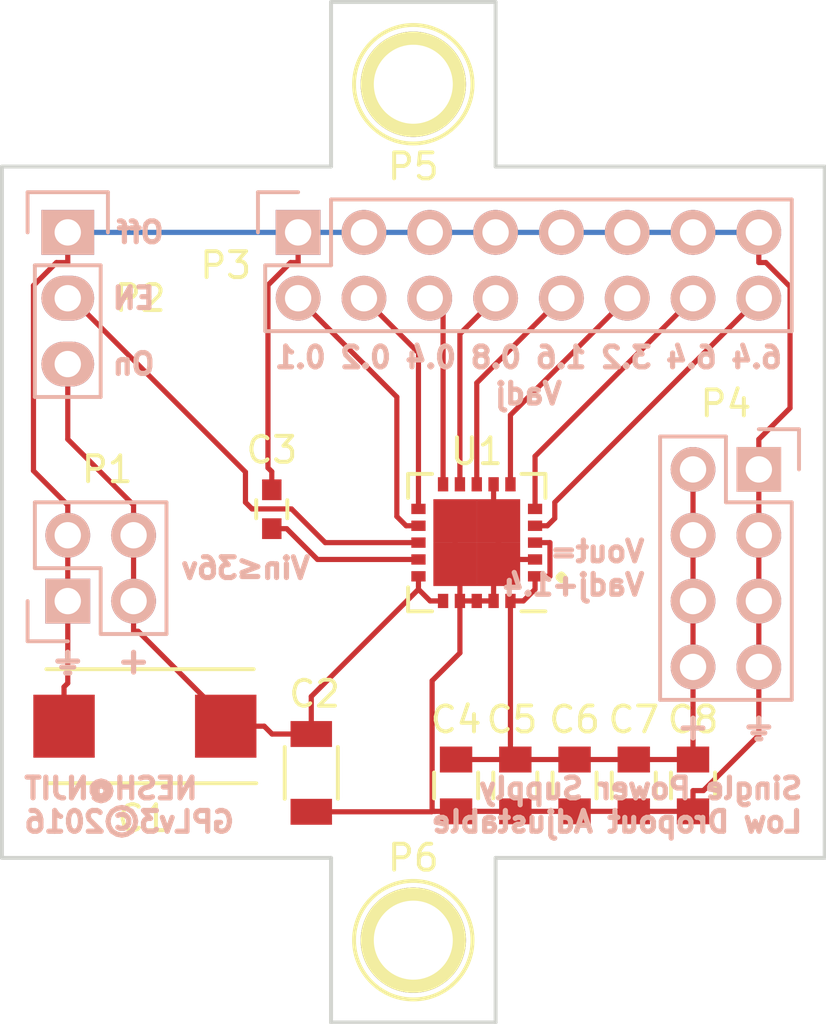
<source format=kicad_pcb>
(kicad_pcb (version 20171130) (host pcbnew "(5.1.12)-1")

  (general
    (thickness 1.6)
    (drawings 26)
    (tracks 126)
    (zones 0)
    (modules 15)
    (nets 16)
  )

  (page User 177.8 127)
  (title_block
    (title "Low Dropout Adjustable Single Power Supply")
    (date 2016-06-18)
    (company NESH@NJIT)
    (comment 1 GLPv3©2016)
  )

  (layers
    (0 F.Cu signal)
    (31 B.Cu signal)
    (32 B.Adhes user)
    (33 F.Adhes user)
    (34 B.Paste user)
    (35 F.Paste user)
    (36 B.SilkS user)
    (37 F.SilkS user)
    (38 B.Mask user)
    (39 F.Mask user)
    (40 Dwgs.User user)
    (41 Cmts.User user)
    (42 Eco1.User user)
    (43 Eco2.User user)
    (44 Edge.Cuts user)
    (45 Margin user)
    (46 B.CrtYd user)
    (47 F.CrtYd user)
    (48 B.Fab user)
    (49 F.Fab user)
  )

  (setup
    (last_trace_width 0.2)
    (trace_clearance 0.2)
    (zone_clearance 0.2)
    (zone_45_only yes)
    (trace_min 0.2)
    (via_size 0.69)
    (via_drill 0.33)
    (via_min_size 0.69)
    (via_min_drill 0.33)
    (uvia_size 0.508)
    (uvia_drill 0.127)
    (uvias_allowed no)
    (uvia_min_size 0.2)
    (uvia_min_drill 0.1)
    (edge_width 0.15)
    (segment_width 0.2)
    (pcb_text_width 0.3)
    (pcb_text_size 1.5 1.5)
    (mod_edge_width 0.15)
    (mod_text_size 1 1)
    (mod_text_width 0.15)
    (pad_size 1 1.25)
    (pad_drill 0)
    (pad_to_mask_clearance 0.2)
    (aux_axis_origin 0 0)
    (visible_elements 7FFFFF7F)
    (pcbplotparams
      (layerselection 0x010fc_80000001)
      (usegerberextensions true)
      (usegerberattributes true)
      (usegerberadvancedattributes true)
      (creategerberjobfile true)
      (excludeedgelayer true)
      (linewidth 0.100000)
      (plotframeref false)
      (viasonmask false)
      (mode 1)
      (useauxorigin false)
      (hpglpennumber 1)
      (hpglpenspeed 20)
      (hpglpendiameter 15.000000)
      (psnegative false)
      (psa4output false)
      (plotreference true)
      (plotvalue false)
      (plotinvisibletext false)
      (padsonsilk false)
      (subtractmaskfromsilk false)
      (outputformat 1)
      (mirror false)
      (drillshape 0)
      (scaleselection 1)
      (outputdirectory "gerber"))
  )

  (net 0 "")
  (net 1 GND)
  (net 2 "Net-(C3-Pad1)")
  (net 3 "Net-(P2-Pad2)")
  (net 4 "Net-(P5-Pad1)")
  (net 5 "Net-(P6-Pad1)")
  (net 6 "Net-(P3-Pad2)")
  (net 7 "Net-(P3-Pad4)")
  (net 8 "Net-(P3-Pad6)")
  (net 9 "Net-(P3-Pad8)")
  (net 10 "Net-(P3-Pad10)")
  (net 11 "Net-(P3-Pad12)")
  (net 12 "Net-(P3-Pad14)")
  (net 13 "Net-(P3-Pad16)")
  (net 14 /Vin)
  (net 15 /Vout)

  (net_class Default "This is the default net class."
    (clearance 0.2)
    (trace_width 0.2)
    (via_dia 0.69)
    (via_drill 0.33)
    (uvia_dia 0.508)
    (uvia_drill 0.127)
    (add_net /Vin)
    (add_net /Vout)
    (add_net GND)
    (add_net "Net-(C3-Pad1)")
    (add_net "Net-(P2-Pad2)")
    (add_net "Net-(P3-Pad10)")
    (add_net "Net-(P3-Pad12)")
    (add_net "Net-(P3-Pad14)")
    (add_net "Net-(P3-Pad16)")
    (add_net "Net-(P3-Pad2)")
    (add_net "Net-(P3-Pad4)")
    (add_net "Net-(P3-Pad6)")
    (add_net "Net-(P3-Pad8)")
    (add_net "Net-(P5-Pad1)")
    (add_net "Net-(P6-Pad1)")
  )

  (module Pin_Headers:Pin_Header_Straight_2x08 (layer B.Cu) (tedit 5765465F) (tstamp 57653272)
    (at 86.36 40.64 270)
    (descr "Through hole pin header")
    (tags "pin header")
    (path /576301F0)
    (fp_text reference P3 (at 1.27 2.794) (layer F.SilkS)
      (effects (font (size 1 1) (thickness 0.15)))
    )
    (fp_text value CONN_02X08 (at 0 3.1 270) (layer B.Fab) hide
      (effects (font (size 1 1) (thickness 0.15)) (justify mirror))
    )
    (fp_line (start -1.55 1.55) (end -1.55 0) (layer B.SilkS) (width 0.15))
    (fp_line (start 1.27 -1.27) (end -1.27 -1.27) (layer B.SilkS) (width 0.15))
    (fp_line (start 1.27 1.27) (end 1.27 -1.27) (layer B.SilkS) (width 0.15))
    (fp_line (start 0 1.55) (end -1.55 1.55) (layer B.SilkS) (width 0.15))
    (fp_line (start 3.81 1.27) (end 1.27 1.27) (layer B.SilkS) (width 0.15))
    (fp_line (start 3.81 -19.05) (end -1.27 -19.05) (layer B.SilkS) (width 0.15))
    (fp_line (start -1.27 -1.27) (end -1.27 -19.05) (layer B.SilkS) (width 0.15))
    (fp_line (start 3.81 -19.05) (end 3.81 1.27) (layer B.SilkS) (width 0.15))
    (fp_line (start -1.75 -19.55) (end 4.3 -19.55) (layer B.CrtYd) (width 0.05))
    (fp_line (start -1.75 1.75) (end 4.3 1.75) (layer B.CrtYd) (width 0.05))
    (fp_line (start 4.3 1.75) (end 4.3 -19.55) (layer B.CrtYd) (width 0.05))
    (fp_line (start -1.75 1.75) (end -1.75 -19.55) (layer B.CrtYd) (width 0.05))
    (pad 1 thru_hole rect (at 0 0 270) (size 1.7272 1.7272) (drill 1.016) (layers *.Cu *.Mask B.SilkS)
      (net 1 GND))
    (pad 2 thru_hole oval (at 2.54 0 270) (size 1.7272 1.7272) (drill 1.016) (layers *.Cu *.Mask B.SilkS)
      (net 6 "Net-(P3-Pad2)"))
    (pad 3 thru_hole oval (at 0 -2.54 270) (size 1.7272 1.7272) (drill 1.016) (layers *.Cu *.Mask B.SilkS)
      (net 1 GND))
    (pad 4 thru_hole oval (at 2.54 -2.54 270) (size 1.7272 1.7272) (drill 1.016) (layers *.Cu *.Mask B.SilkS)
      (net 7 "Net-(P3-Pad4)"))
    (pad 5 thru_hole oval (at 0 -5.08 270) (size 1.7272 1.7272) (drill 1.016) (layers *.Cu *.Mask B.SilkS)
      (net 1 GND))
    (pad 6 thru_hole oval (at 2.54 -5.08 270) (size 1.7272 1.7272) (drill 1.016) (layers *.Cu *.Mask B.SilkS)
      (net 8 "Net-(P3-Pad6)"))
    (pad 7 thru_hole oval (at 0 -7.62 270) (size 1.7272 1.7272) (drill 1.016) (layers *.Cu *.Mask B.SilkS)
      (net 1 GND))
    (pad 8 thru_hole oval (at 2.54 -7.62 270) (size 1.7272 1.7272) (drill 1.016) (layers *.Cu *.Mask B.SilkS)
      (net 9 "Net-(P3-Pad8)"))
    (pad 9 thru_hole oval (at 0 -10.16 270) (size 1.7272 1.7272) (drill 1.016) (layers *.Cu *.Mask B.SilkS)
      (net 1 GND))
    (pad 10 thru_hole oval (at 2.54 -10.16 270) (size 1.7272 1.7272) (drill 1.016) (layers *.Cu *.Mask B.SilkS)
      (net 10 "Net-(P3-Pad10)"))
    (pad 11 thru_hole oval (at 0 -12.7 270) (size 1.7272 1.7272) (drill 1.016) (layers *.Cu *.Mask B.SilkS)
      (net 1 GND))
    (pad 12 thru_hole oval (at 2.54 -12.7 270) (size 1.7272 1.7272) (drill 1.016) (layers *.Cu *.Mask B.SilkS)
      (net 11 "Net-(P3-Pad12)"))
    (pad 13 thru_hole oval (at 0 -15.24 270) (size 1.7272 1.7272) (drill 1.016) (layers *.Cu *.Mask B.SilkS)
      (net 1 GND))
    (pad 14 thru_hole oval (at 2.54 -15.24 270) (size 1.7272 1.7272) (drill 1.016) (layers *.Cu *.Mask B.SilkS)
      (net 12 "Net-(P3-Pad14)"))
    (pad 15 thru_hole oval (at 0 -17.78 270) (size 1.7272 1.7272) (drill 1.016) (layers *.Cu *.Mask B.SilkS)
      (net 1 GND))
    (pad 16 thru_hole oval (at 2.54 -17.78 270) (size 1.7272 1.7272) (drill 1.016) (layers *.Cu *.Mask B.SilkS)
      (net 13 "Net-(P3-Pad16)"))
    (model Pin_Headers.3dshapes/Pin_Header_Straight_2x08.wrl
      (offset (xyz 1.269999980926514 -8.889999866485596 0))
      (scale (xyz 1 1 1))
      (rotate (xyz 0 0 90))
    )
  )

  (module Housings_DFN_QFN:QFN-20-1EP_5x5mm_Pitch0.65mm (layer F.Cu) (tedit 57654665) (tstamp 576532A4)
    (at 93.254 52.608 180)
    (descr "20-Lead Plastic Quad Flat, No Lead Package (MQ) - 5x5x0.9 mm Body [QFN]; (see Microchip Packaging Specification 00000049BS.pdf)")
    (tags "QFN 0.65")
    (path /576300A7)
    (attr smd)
    (fp_text reference U1 (at 0 3.52 180) (layer F.SilkS)
      (effects (font (size 1 1) (thickness 0.15)))
    )
    (fp_text value TPS7A4700RGWR (at 0 3.525 180) (layer F.Fab) hide
      (effects (font (size 1 1) (thickness 0.15)))
    )
    (fp_line (start 2.65 -2.65) (end 1.725 -2.65) (layer F.SilkS) (width 0.15))
    (fp_line (start 2.65 2.65) (end 1.725 2.65) (layer F.SilkS) (width 0.15))
    (fp_line (start -2.65 2.65) (end -1.725 2.65) (layer F.SilkS) (width 0.15))
    (fp_line (start -2.65 -2.65) (end -1.725 -2.65) (layer F.SilkS) (width 0.15))
    (fp_line (start 2.65 2.65) (end 2.65 1.725) (layer F.SilkS) (width 0.15))
    (fp_line (start -2.65 2.65) (end -2.65 1.725) (layer F.SilkS) (width 0.15))
    (fp_line (start 2.65 -2.65) (end 2.65 -1.725) (layer F.SilkS) (width 0.15))
    (fp_line (start -2.8 2.8) (end 2.8 2.8) (layer F.CrtYd) (width 0.05))
    (fp_line (start -2.8 -2.8) (end 2.8 -2.8) (layer F.CrtYd) (width 0.05))
    (fp_line (start 2.8 -2.8) (end 2.8 2.8) (layer F.CrtYd) (width 0.05))
    (fp_line (start -2.8 -2.8) (end -2.8 2.8) (layer F.CrtYd) (width 0.05))
    (pad 1 smd rect (at -2.25 -1.3 180) (size 0.55 0.4) (layers F.Cu F.Paste F.Mask)
      (net 15 /Vout))
    (pad 2 smd rect (at -2.25 -0.65 180) (size 0.55 0.4) (layers F.Cu F.Paste F.Mask)
      (net 1 GND))
    (pad 3 smd rect (at -2.25 0 180) (size 0.55 0.4) (layers F.Cu F.Paste F.Mask)
      (net 15 /Vout))
    (pad 4 smd rect (at -2.25 0.65 180) (size 0.55 0.4) (layers F.Cu F.Paste F.Mask)
      (net 13 "Net-(P3-Pad16)"))
    (pad 5 smd rect (at -2.25 1.3 180) (size 0.55 0.4) (layers F.Cu F.Paste F.Mask)
      (net 12 "Net-(P3-Pad14)"))
    (pad 6 smd rect (at -1.3 2.25 270) (size 0.55 0.4) (layers F.Cu F.Paste F.Mask)
      (net 11 "Net-(P3-Pad12)"))
    (pad 7 smd rect (at -0.65 2.25 270) (size 0.55 0.4) (layers F.Cu F.Paste F.Mask)
      (net 1 GND))
    (pad 8 smd rect (at 0 2.25 270) (size 0.55 0.4) (layers F.Cu F.Paste F.Mask)
      (net 10 "Net-(P3-Pad10)"))
    (pad 9 smd rect (at 0.65 2.25 270) (size 0.55 0.4) (layers F.Cu F.Paste F.Mask)
      (net 9 "Net-(P3-Pad8)"))
    (pad 10 smd rect (at 1.3 2.25 270) (size 0.55 0.4) (layers F.Cu F.Paste F.Mask)
      (net 8 "Net-(P3-Pad6)"))
    (pad 11 smd rect (at 2.25 1.3 180) (size 0.55 0.4) (layers F.Cu F.Paste F.Mask)
      (net 7 "Net-(P3-Pad4)"))
    (pad 12 smd rect (at 2.25 0.65 180) (size 0.55 0.4) (layers F.Cu F.Paste F.Mask)
      (net 6 "Net-(P3-Pad2)"))
    (pad 13 smd rect (at 2.25 0 180) (size 0.55 0.4) (layers F.Cu F.Paste F.Mask)
      (net 3 "Net-(P2-Pad2)"))
    (pad 14 smd rect (at 2.25 -0.65 180) (size 0.55 0.4) (layers F.Cu F.Paste F.Mask)
      (net 2 "Net-(C3-Pad1)"))
    (pad 15 smd rect (at 2.25 -1.3 180) (size 0.55 0.4) (layers F.Cu F.Paste F.Mask)
      (net 14 /Vin))
    (pad 16 smd rect (at 1.3 -2.25 270) (size 0.55 0.4) (layers F.Cu F.Paste F.Mask)
      (net 14 /Vin))
    (pad 17 smd rect (at 0.65 -2.25 270) (size 0.55 0.4) (layers F.Cu F.Paste F.Mask)
      (net 1 GND))
    (pad 18 smd rect (at 0 -2.25 270) (size 0.55 0.4) (layers F.Cu F.Paste F.Mask)
      (net 1 GND))
    (pad 19 smd rect (at -0.65 -2.25 270) (size 0.55 0.4) (layers F.Cu F.Paste F.Mask)
      (net 1 GND))
    (pad 20 smd rect (at -1.3 -2.25 270) (size 0.55 0.4) (layers F.Cu F.Paste F.Mask)
      (net 15 /Vout))
    (pad 21 smd rect (at 0.8375 0.8375 180) (size 1.675 1.675) (layers F.Cu F.Paste F.Mask)
      (net 1 GND) (solder_paste_margin_ratio -0.2))
    (pad 21 smd rect (at 0.8375 -0.8375 180) (size 1.675 1.675) (layers F.Cu F.Paste F.Mask)
      (net 1 GND) (solder_paste_margin_ratio -0.2))
    (pad 21 smd rect (at -0.8375 0.8375 180) (size 1.675 1.675) (layers F.Cu F.Paste F.Mask)
      (net 1 GND) (solder_paste_margin_ratio -0.2))
    (pad 21 smd rect (at -0.8375 -0.8375 180) (size 1.675 1.675) (layers F.Cu F.Paste F.Mask)
      (net 1 GND) (solder_paste_margin_ratio -0.2))
    (model Housings_DFN_QFN.3dshapes/QFN-20-1EP_5x5mm_Pitch0.65mm.wrl
      (at (xyz 0 0 0))
      (scale (xyz 1 1 1))
      (rotate (xyz 0 0 0))
    )
  )

  (module Pin_Headers:Pin_Header_Straight_2x02 (layer B.Cu) (tedit 5765464B) (tstamp 57653257)
    (at 77.47 54.864)
    (descr "Through hole pin header")
    (tags "pin header")
    (path /5763962A)
    (fp_text reference P1 (at 1.524 -5.08) (layer F.SilkS)
      (effects (font (size 1 1) (thickness 0.15)))
    )
    (fp_text value CONN_02X02 (at 0 3.1) (layer B.Fab) hide
      (effects (font (size 1 1) (thickness 0.15)) (justify mirror))
    )
    (fp_line (start -1.27 -3.81) (end -1.27 -1.27) (layer B.SilkS) (width 0.15))
    (fp_line (start 3.81 -3.81) (end -1.27 -3.81) (layer B.SilkS) (width 0.15))
    (fp_line (start 3.81 1.27) (end 3.81 -3.81) (layer B.SilkS) (width 0.15))
    (fp_line (start 1.27 1.27) (end 3.81 1.27) (layer B.SilkS) (width 0.15))
    (fp_line (start 1.27 -1.27) (end 1.27 1.27) (layer B.SilkS) (width 0.15))
    (fp_line (start -1.27 -1.27) (end 1.27 -1.27) (layer B.SilkS) (width 0.15))
    (fp_line (start 0 1.55) (end -1.55 1.55) (layer B.SilkS) (width 0.15))
    (fp_line (start -1.55 0) (end -1.55 1.55) (layer B.SilkS) (width 0.15))
    (fp_line (start -1.75 -4.3) (end 4.3 -4.3) (layer B.CrtYd) (width 0.05))
    (fp_line (start -1.75 1.75) (end 4.3 1.75) (layer B.CrtYd) (width 0.05))
    (fp_line (start 4.3 1.75) (end 4.3 -4.3) (layer B.CrtYd) (width 0.05))
    (fp_line (start -1.75 1.75) (end -1.75 -4.3) (layer B.CrtYd) (width 0.05))
    (pad 1 thru_hole rect (at 0 0) (size 1.7272 1.7272) (drill 1.016) (layers *.Cu *.Mask B.SilkS)
      (net 1 GND))
    (pad 2 thru_hole oval (at 2.54 0) (size 1.7272 1.7272) (drill 1.016) (layers *.Cu *.Mask B.SilkS)
      (net 14 /Vin))
    (pad 3 thru_hole oval (at 0 -2.54) (size 1.7272 1.7272) (drill 1.016) (layers *.Cu *.Mask B.SilkS)
      (net 1 GND))
    (pad 4 thru_hole oval (at 2.54 -2.54) (size 1.7272 1.7272) (drill 1.016) (layers *.Cu *.Mask B.SilkS)
      (net 14 /Vin))
    (model Pin_Headers.3dshapes/Pin_Header_Straight_2x02.wrl
      (offset (xyz 1.269999980926514 -1.269999980926514 0))
      (scale (xyz 1 1 1))
      (rotate (xyz 0 0 90))
    )
  )

  (module Capacitors_SMD:C_0603 (layer F.Cu) (tedit 57654663) (tstamp 57653231)
    (at 85.344 51.32 90)
    (descr "Capacitor SMD 0603, reflow soldering, AVX (see smccp.pdf)")
    (tags "capacitor 0603")
    (path /576307E2)
    (attr smd)
    (fp_text reference C3 (at 2.286 0 180) (layer F.SilkS)
      (effects (font (size 1 1) (thickness 0.15)))
    )
    (fp_text value UMK107BJ105KA-T (at 0 1.9 90) (layer F.Fab) hide
      (effects (font (size 1 1) (thickness 0.15)))
    )
    (fp_line (start 0.35 0.6) (end -0.35 0.6) (layer F.SilkS) (width 0.15))
    (fp_line (start -0.35 -0.6) (end 0.35 -0.6) (layer F.SilkS) (width 0.15))
    (fp_line (start 1.45 -0.75) (end 1.45 0.75) (layer F.CrtYd) (width 0.05))
    (fp_line (start -1.45 -0.75) (end -1.45 0.75) (layer F.CrtYd) (width 0.05))
    (fp_line (start -1.45 0.75) (end 1.45 0.75) (layer F.CrtYd) (width 0.05))
    (fp_line (start -1.45 -0.75) (end 1.45 -0.75) (layer F.CrtYd) (width 0.05))
    (pad 1 smd rect (at -0.75 0 90) (size 0.8 0.75) (layers F.Cu F.Paste F.Mask)
      (net 2 "Net-(C3-Pad1)"))
    (pad 2 smd rect (at 0.75 0 90) (size 0.8 0.75) (layers F.Cu F.Paste F.Mask)
      (net 1 GND))
    (model Capacitors_SMD.3dshapes/C_0603.wrl
      (at (xyz 0 0 0))
      (scale (xyz 1 1 1))
      (rotate (xyz 0 0 0))
    )
  )

  (module Capacitors_Tantalum_SMD:TantalC_SizeD_EIA-7343_Reflow (layer F.Cu) (tedit 5765466E) (tstamp 57653225)
    (at 80.446 59.69 180)
    (descr "Tantal Cap. , Size D, EIA-7343, Reflow")
    (tags "Tantal Capacitor Size-D EIA-7343 Reflow")
    (path /57630F37)
    (attr smd)
    (fp_text reference C1 (at 0.072 -3.556) (layer F.SilkS)
      (effects (font (size 1 1) (thickness 0.15)))
    )
    (fp_text value T495X476K035ATE300 (at -1.27 -3.81 180) (layer F.Fab) hide
      (effects (font (size 1 1) (thickness 0.15)))
    )
    (fp_line (start 3.8 -2.2) (end -4.3 -2.2) (layer F.SilkS) (width 0.15))
    (fp_line (start -4.2 2.2) (end 3.8 2.2) (layer F.SilkS) (width 0.15))
    (fp_line (start 4.6 2.6) (end 4.6 -2.6) (layer F.CrtYd) (width 0.05))
    (fp_line (start -4.6 2.6) (end 4.6 2.6) (layer F.CrtYd) (width 0.05))
    (fp_line (start -4.6 -2.6) (end -4.6 2.6) (layer F.CrtYd) (width 0.05))
    (fp_line (start 4.6 -2.6) (end -4.6 -2.6) (layer F.CrtYd) (width 0.05))
    (pad 2 smd rect (at 3.12 0 180) (size 2.37 2.43) (layers F.Cu F.Paste F.Mask)
      (net 1 GND))
    (pad 1 smd rect (at -3.12 0 180) (size 2.37 2.43) (layers F.Cu F.Paste F.Mask)
      (net 14 /Vin))
    (model Capacitors_Tantalum_SMD.3dshapes/TantalC_SizeD_EIA-7343_Reflow.wrl
      (at (xyz 0 0 0))
      (scale (xyz 1 1 1))
      (rotate (xyz 0 0 180))
    )
  )

  (module Capacitors_SMD:C_1206 (layer F.Cu) (tedit 576542A6) (tstamp 5765322B)
    (at 86.868 61.492 270)
    (descr "Capacitor SMD 1206, reflow soldering, AVX (see smccp.pdf)")
    (tags "capacitor 1206")
    (path /57630D50)
    (attr smd)
    (fp_text reference C2 (at -3.048 -0.127) (layer F.SilkS)
      (effects (font (size 1 1) (thickness 0.15)))
    )
    (fp_text value UMK316BBJ106KL-T (at -5.08 0 270) (layer F.Fab) hide
      (effects (font (size 1 1) (thickness 0.15)))
    )
    (fp_line (start -1 1.025) (end 1 1.025) (layer F.SilkS) (width 0.15))
    (fp_line (start 1 -1.025) (end -1 -1.025) (layer F.SilkS) (width 0.15))
    (fp_line (start 2.3 -1.15) (end 2.3 1.15) (layer F.CrtYd) (width 0.05))
    (fp_line (start -2.3 -1.15) (end -2.3 1.15) (layer F.CrtYd) (width 0.05))
    (fp_line (start -2.3 1.15) (end 2.3 1.15) (layer F.CrtYd) (width 0.05))
    (fp_line (start -2.3 -1.15) (end 2.3 -1.15) (layer F.CrtYd) (width 0.05))
    (pad 1 smd rect (at -1.5 0 270) (size 1 1.6) (layers F.Cu F.Paste F.Mask)
      (net 14 /Vin))
    (pad 2 smd rect (at 1.5 0 270) (size 1 1.6) (layers F.Cu F.Paste F.Mask)
      (net 1 GND))
    (model Capacitors_SMD.3dshapes/C_1206.wrl
      (at (xyz 0 0 0))
      (scale (xyz 1 1 1))
      (rotate (xyz 0 0 0))
    )
  )

  (module Pin_Headers:Pin_Header_Straight_2x04 (layer B.Cu) (tedit 7FFFFFFF) (tstamp 5765327E)
    (at 104.14 49.784 180)
    (descr "Through hole pin header")
    (tags "pin header")
    (path /5763A441)
    (fp_text reference P4 (at 1.27 2.54 180) (layer F.SilkS)
      (effects (font (size 1 1) (thickness 0.15)))
    )
    (fp_text value CONN_02X04 (at 0 3.1 180) (layer B.Fab) hide
      (effects (font (size 1 1) (thickness 0.15)) (justify mirror))
    )
    (fp_line (start -1.55 1.55) (end -1.55 0) (layer B.SilkS) (width 0.15))
    (fp_line (start 1.27 -1.27) (end -1.27 -1.27) (layer B.SilkS) (width 0.15))
    (fp_line (start 1.27 1.27) (end 1.27 -1.27) (layer B.SilkS) (width 0.15))
    (fp_line (start 0 1.55) (end -1.55 1.55) (layer B.SilkS) (width 0.15))
    (fp_line (start 3.81 1.27) (end 1.27 1.27) (layer B.SilkS) (width 0.15))
    (fp_line (start 3.81 -8.89) (end 3.81 1.27) (layer B.SilkS) (width 0.15))
    (fp_line (start -1.27 -8.89) (end 3.81 -8.89) (layer B.SilkS) (width 0.15))
    (fp_line (start -1.27 -1.27) (end -1.27 -8.89) (layer B.SilkS) (width 0.15))
    (fp_line (start -1.75 -9.4) (end 4.3 -9.4) (layer B.CrtYd) (width 0.05))
    (fp_line (start -1.75 1.75) (end 4.3 1.75) (layer B.CrtYd) (width 0.05))
    (fp_line (start 4.3 1.75) (end 4.3 -9.4) (layer B.CrtYd) (width 0.05))
    (fp_line (start -1.75 1.75) (end -1.75 -9.4) (layer B.CrtYd) (width 0.05))
    (pad 1 thru_hole rect (at 0 0 180) (size 1.7272 1.7272) (drill 1.016) (layers *.Cu *.Mask B.SilkS)
      (net 1 GND))
    (pad 2 thru_hole oval (at 2.54 0 180) (size 1.7272 1.7272) (drill 1.016) (layers *.Cu *.Mask B.SilkS)
      (net 15 /Vout))
    (pad 3 thru_hole oval (at 0 -2.54 180) (size 1.7272 1.7272) (drill 1.016) (layers *.Cu *.Mask B.SilkS)
      (net 1 GND))
    (pad 4 thru_hole oval (at 2.54 -2.54 180) (size 1.7272 1.7272) (drill 1.016) (layers *.Cu *.Mask B.SilkS)
      (net 15 /Vout))
    (pad 5 thru_hole oval (at 0 -5.08 180) (size 1.7272 1.7272) (drill 1.016) (layers *.Cu *.Mask B.SilkS)
      (net 1 GND))
    (pad 6 thru_hole oval (at 2.54 -5.08 180) (size 1.7272 1.7272) (drill 1.016) (layers *.Cu *.Mask B.SilkS)
      (net 15 /Vout))
    (pad 7 thru_hole oval (at 0 -7.62 180) (size 1.7272 1.7272) (drill 1.016) (layers *.Cu *.Mask B.SilkS)
      (net 1 GND))
    (pad 8 thru_hole oval (at 2.54 -7.62 180) (size 1.7272 1.7272) (drill 1.016) (layers *.Cu *.Mask B.SilkS)
      (net 15 /Vout))
    (model Pin_Headers.3dshapes/Pin_Header_Straight_2x04.wrl
      (offset (xyz 1.269999980926514 -3.809999942779541 0))
      (scale (xyz 1 1 1))
      (rotate (xyz 0 0 90))
    )
  )

  (module Capacitors_SMD:C_0805 (layer F.Cu) (tedit 57654209) (tstamp 57653237)
    (at 92.456 61.976 270)
    (descr "Capacitor SMD 0805, reflow soldering, AVX (see smccp.pdf)")
    (tags "capacitor 0805")
    (path /57630B9D)
    (attr smd)
    (fp_text reference C4 (at -2.54 0) (layer F.SilkS)
      (effects (font (size 1 1) (thickness 0.15)))
    )
    (fp_text value GRM21BR6YA106KE43L (at -3.81 0 270) (layer F.Fab) hide
      (effects (font (size 1 1) (thickness 0.15)))
    )
    (fp_line (start -0.5 0.85) (end 0.5 0.85) (layer F.SilkS) (width 0.15))
    (fp_line (start 0.5 -0.85) (end -0.5 -0.85) (layer F.SilkS) (width 0.15))
    (fp_line (start 1.8 -1) (end 1.8 1) (layer F.CrtYd) (width 0.05))
    (fp_line (start -1.8 -1) (end -1.8 1) (layer F.CrtYd) (width 0.05))
    (fp_line (start -1.8 1) (end 1.8 1) (layer F.CrtYd) (width 0.05))
    (fp_line (start -1.8 -1) (end 1.8 -1) (layer F.CrtYd) (width 0.05))
    (pad 1 smd rect (at -1 0 270) (size 1 1.25) (layers F.Cu F.Paste F.Mask)
      (net 15 /Vout))
    (pad 2 smd rect (at 1 0 270) (size 1 1.25) (layers F.Cu F.Paste F.Mask)
      (net 1 GND))
    (model Capacitors_SMD.3dshapes/C_0805.wrl
      (at (xyz 0 0 0))
      (scale (xyz 1 1 1))
      (rotate (xyz 0 0 0))
    )
  )

  (module Capacitors_SMD:C_0805 (layer F.Cu) (tedit 5765420C) (tstamp 5765323D)
    (at 94.742 61.976 270)
    (descr "Capacitor SMD 0805, reflow soldering, AVX (see smccp.pdf)")
    (tags "capacitor 0805")
    (path /5764BABD)
    (attr smd)
    (fp_text reference C5 (at -2.54 0.127) (layer F.SilkS)
      (effects (font (size 1 1) (thickness 0.15)))
    )
    (fp_text value GRM21BR6YA106KE43L (at -3.81 0 270) (layer F.Fab) hide
      (effects (font (size 1 1) (thickness 0.15)))
    )
    (fp_line (start -0.5 0.85) (end 0.5 0.85) (layer F.SilkS) (width 0.15))
    (fp_line (start 0.5 -0.85) (end -0.5 -0.85) (layer F.SilkS) (width 0.15))
    (fp_line (start 1.8 -1) (end 1.8 1) (layer F.CrtYd) (width 0.05))
    (fp_line (start -1.8 -1) (end -1.8 1) (layer F.CrtYd) (width 0.05))
    (fp_line (start -1.8 1) (end 1.8 1) (layer F.CrtYd) (width 0.05))
    (fp_line (start -1.8 -1) (end 1.8 -1) (layer F.CrtYd) (width 0.05))
    (pad 1 smd rect (at -1 0 270) (size 1 1.25) (layers F.Cu F.Paste F.Mask)
      (net 15 /Vout))
    (pad 2 smd rect (at 1 0 270) (size 1 1.25) (layers F.Cu F.Paste F.Mask)
      (net 1 GND))
    (model Capacitors_SMD.3dshapes/C_0805.wrl
      (at (xyz 0 0 0))
      (scale (xyz 1 1 1))
      (rotate (xyz 0 0 0))
    )
  )

  (module Capacitors_SMD:C_0805 (layer F.Cu) (tedit 5765420F) (tstamp 57653243)
    (at 97.028 61.976 270)
    (descr "Capacitor SMD 0805, reflow soldering, AVX (see smccp.pdf)")
    (tags "capacitor 0805")
    (path /5764BB0C)
    (attr smd)
    (fp_text reference C6 (at -2.54 0) (layer F.SilkS)
      (effects (font (size 1 1) (thickness 0.15)))
    )
    (fp_text value GRM21BR6YA106KE43L (at -3.81 0 270) (layer F.Fab) hide
      (effects (font (size 1 1) (thickness 0.15)))
    )
    (fp_line (start -0.5 0.85) (end 0.5 0.85) (layer F.SilkS) (width 0.15))
    (fp_line (start 0.5 -0.85) (end -0.5 -0.85) (layer F.SilkS) (width 0.15))
    (fp_line (start 1.8 -1) (end 1.8 1) (layer F.CrtYd) (width 0.05))
    (fp_line (start -1.8 -1) (end -1.8 1) (layer F.CrtYd) (width 0.05))
    (fp_line (start -1.8 1) (end 1.8 1) (layer F.CrtYd) (width 0.05))
    (fp_line (start -1.8 -1) (end 1.8 -1) (layer F.CrtYd) (width 0.05))
    (pad 1 smd rect (at -1 0 270) (size 1 1.25) (layers F.Cu F.Paste F.Mask)
      (net 15 /Vout))
    (pad 2 smd rect (at 1 0 270) (size 1 1.25) (layers F.Cu F.Paste F.Mask)
      (net 1 GND))
    (model Capacitors_SMD.3dshapes/C_0805.wrl
      (at (xyz 0 0 0))
      (scale (xyz 1 1 1))
      (rotate (xyz 0 0 0))
    )
  )

  (module Capacitors_SMD:C_0805 (layer F.Cu) (tedit 57654213) (tstamp 57653249)
    (at 99.314 61.976 270)
    (descr "Capacitor SMD 0805, reflow soldering, AVX (see smccp.pdf)")
    (tags "capacitor 0805")
    (path /5764BB6A)
    (attr smd)
    (fp_text reference C7 (at -2.54 0) (layer F.SilkS)
      (effects (font (size 1 1) (thickness 0.15)))
    )
    (fp_text value GRM21BR6YA106KE43L (at -3.81 0 270) (layer F.Fab) hide
      (effects (font (size 1 1) (thickness 0.15)))
    )
    (fp_line (start -0.5 0.85) (end 0.5 0.85) (layer F.SilkS) (width 0.15))
    (fp_line (start 0.5 -0.85) (end -0.5 -0.85) (layer F.SilkS) (width 0.15))
    (fp_line (start 1.8 -1) (end 1.8 1) (layer F.CrtYd) (width 0.05))
    (fp_line (start -1.8 -1) (end -1.8 1) (layer F.CrtYd) (width 0.05))
    (fp_line (start -1.8 1) (end 1.8 1) (layer F.CrtYd) (width 0.05))
    (fp_line (start -1.8 -1) (end 1.8 -1) (layer F.CrtYd) (width 0.05))
    (pad 1 smd rect (at -1 0 270) (size 1 1.25) (layers F.Cu F.Paste F.Mask)
      (net 15 /Vout))
    (pad 2 smd rect (at 1 0 270) (size 1 1.25) (layers F.Cu F.Paste F.Mask)
      (net 1 GND))
    (model Capacitors_SMD.3dshapes/C_0805.wrl
      (at (xyz 0 0 0))
      (scale (xyz 1 1 1))
      (rotate (xyz 0 0 0))
    )
  )

  (module Capacitors_SMD:C_0805 (layer F.Cu) (tedit 57658F75) (tstamp 5765324F)
    (at 101.6 61.976 270)
    (descr "Capacitor SMD 0805, reflow soldering, AVX (see smccp.pdf)")
    (tags "capacitor 0805")
    (path /5764BBA1)
    (attr smd)
    (fp_text reference C8 (at -2.54 0) (layer F.SilkS)
      (effects (font (size 1 1) (thickness 0.15)))
    )
    (fp_text value GRM21BR6YA106KE43L (at -3.81 0 270) (layer F.Fab) hide
      (effects (font (size 1 1) (thickness 0.15)))
    )
    (fp_line (start -0.5 0.85) (end 0.5 0.85) (layer F.SilkS) (width 0.15))
    (fp_line (start 0.5 -0.85) (end -0.5 -0.85) (layer F.SilkS) (width 0.15))
    (fp_line (start 1.8 -1) (end 1.8 1) (layer F.CrtYd) (width 0.05))
    (fp_line (start -1.8 -1) (end -1.8 1) (layer F.CrtYd) (width 0.05))
    (fp_line (start -1.8 1) (end 1.8 1) (layer F.CrtYd) (width 0.05))
    (fp_line (start -1.8 -1) (end 1.8 -1) (layer F.CrtYd) (width 0.05))
    (pad 1 smd rect (at -1 0 270) (size 1 1.25) (layers F.Cu F.Paste F.Mask)
      (net 15 /Vout))
    (pad 2 smd rect (at 1 0 270) (size 1 1.25) (layers F.Cu F.Paste F.Mask)
      (net 1 GND))
    (model Capacitors_SMD.3dshapes/C_0805.wrl
      (at (xyz 0 0 0))
      (scale (xyz 1 1 1))
      (rotate (xyz 0 0 0))
    )
  )

  (module Pin_Headers:Pin_Header_Straight_1x03 (layer B.Cu) (tedit 5765404F) (tstamp 5765325E)
    (at 77.47 40.64 180)
    (descr "Through hole pin header")
    (tags "pin header")
    (path /576303FB)
    (fp_text reference P2 (at -2.794 -2.54 180) (layer F.SilkS)
      (effects (font (size 1 1) (thickness 0.15)))
    )
    (fp_text value CONN_01X03 (at 0 3.1 180) (layer B.Fab) hide
      (effects (font (size 1 1) (thickness 0.15)) (justify mirror))
    )
    (fp_line (start -1.55 1.55) (end 1.55 1.55) (layer B.SilkS) (width 0.15))
    (fp_line (start -1.55 0) (end -1.55 1.55) (layer B.SilkS) (width 0.15))
    (fp_line (start 1.27 -1.27) (end -1.27 -1.27) (layer B.SilkS) (width 0.15))
    (fp_line (start 1.55 1.55) (end 1.55 0) (layer B.SilkS) (width 0.15))
    (fp_line (start 1.27 -6.35) (end 1.27 -1.27) (layer B.SilkS) (width 0.15))
    (fp_line (start -1.27 -6.35) (end 1.27 -6.35) (layer B.SilkS) (width 0.15))
    (fp_line (start -1.27 -1.27) (end -1.27 -6.35) (layer B.SilkS) (width 0.15))
    (fp_line (start -1.75 -6.85) (end 1.75 -6.85) (layer B.CrtYd) (width 0.05))
    (fp_line (start -1.75 1.75) (end 1.75 1.75) (layer B.CrtYd) (width 0.05))
    (fp_line (start 1.75 1.75) (end 1.75 -6.85) (layer B.CrtYd) (width 0.05))
    (fp_line (start -1.75 1.75) (end -1.75 -6.85) (layer B.CrtYd) (width 0.05))
    (pad 1 thru_hole rect (at 0 0 180) (size 2.032 1.7272) (drill 1.016) (layers *.Cu *.Mask B.SilkS)
      (net 1 GND))
    (pad 2 thru_hole oval (at 0 -2.54 180) (size 2.032 1.7272) (drill 1.016) (layers *.Cu *.Mask B.SilkS)
      (net 3 "Net-(P2-Pad2)"))
    (pad 3 thru_hole oval (at 0 -5.08 180) (size 2.032 1.7272) (drill 1.016) (layers *.Cu *.Mask B.SilkS)
      (net 14 /Vin))
    (model Pin_Headers.3dshapes/Pin_Header_Straight_1x03.wrl
      (offset (xyz 0 -2.539999961853027 0))
      (scale (xyz 1 1 1))
      (rotate (xyz 0 0 90))
    )
  )

  (module Connect:1pin (layer F.Cu) (tedit 57653C49) (tstamp 57653283)
    (at 90.805 34.925)
    (descr "module 1 pin (ou trou mecanique de percage)")
    (tags DEV)
    (path /5764C21C)
    (fp_text reference P5 (at 0 3.175) (layer F.SilkS)
      (effects (font (size 1 1) (thickness 0.15)))
    )
    (fp_text value CONN_01X01 (at 0 2.794) (layer F.Fab) hide
      (effects (font (size 1 1) (thickness 0.15)))
    )
    (fp_circle (center 0 0) (end 0 -2.286) (layer F.SilkS) (width 0.15))
    (pad 1 thru_hole circle (at 0 0) (size 4.064 4.064) (drill 3.048) (layers *.Cu *.Mask F.SilkS)
      (net 4 "Net-(P5-Pad1)"))
  )

  (module Connect:1pin (layer F.Cu) (tedit 57654201) (tstamp 57653288)
    (at 90.805 67.945)
    (descr "module 1 pin (ou trou mecanique de percage)")
    (tags DEV)
    (path /5764C6A6)
    (fp_text reference P6 (at 0 -3.175) (layer F.SilkS)
      (effects (font (size 1 1) (thickness 0.15)))
    )
    (fp_text value CONN_01X01 (at 0 2.794) (layer F.Fab) hide
      (effects (font (size 1 1) (thickness 0.15)))
    )
    (fp_circle (center 0 0) (end 0 -2.286) (layer F.SilkS) (width 0.15))
    (pad 1 thru_hole circle (at 0 0) (size 4.064 4.064) (drill 3.048) (layers *.Cu *.Mask F.SilkS)
      (net 5 "Net-(P6-Pad1)"))
  )

  (gr_text . (at 96.52 53.34) (layer F.SilkS)
    (effects (font (size 1.5 1.5) (thickness 0.3)))
  )
  (gr_text "Single Power Supply\nLow Dropout Adjustable" (at 105.918 62.738) (layer B.SilkS) (tstamp 576595CA)
    (effects (font (size 0.8 0.8) (thickness 0.2)) (justify left mirror))
  )
  (gr_text EN (at 80.01 43.18) (layer B.SilkS) (tstamp 57694C3D)
    (effects (font (size 0.8 0.8) (thickness 0.2)) (justify mirror))
  )
  (gr_text "NESH@NJIT\nGPLv3©2016" (at 75.692 62.738) (layer B.SilkS) (tstamp 57694966)
    (effects (font (size 0.8 0.8) (thickness 0.2)) (justify right mirror))
  )
  (gr_text Vadj (at 95.25 46.863) (layer B.SilkS) (tstamp 57694687)
    (effects (font (size 0.8 0.8) (thickness 0.2)) (justify mirror))
  )
  (gr_text On (at 80.01 45.72) (layer B.SilkS) (tstamp 576594F2)
    (effects (font (size 0.8 0.8) (thickness 0.2)) (justify mirror))
  )
  (gr_text Off (at 80.264 40.64) (layer B.SilkS) (tstamp 576594CF)
    (effects (font (size 0.8 0.8) (thickness 0.2)) (justify mirror))
  )
  (gr_text ⏚ (at 77.47 57.277) (layer B.SilkS) (tstamp 576593EE)
    (effects (font (size 0.8 0.8) (thickness 0.2)) (justify mirror))
  )
  (gr_text + (at 80.01 57.15) (layer B.SilkS) (tstamp 576593ED)
    (effects (font (size 1 1) (thickness 0.2)) (justify mirror))
  )
  (gr_text Vin≤36v (at 84.328 53.594) (layer B.SilkS) (tstamp 576593D7)
    (effects (font (size 0.8 0.8) (thickness 0.2)) (justify mirror))
  )
  (gr_text ⏚ (at 104.14 59.817) (layer B.SilkS)
    (effects (font (size 0.8 0.8) (thickness 0.2)) (justify mirror))
  )
  (gr_text + (at 101.6 59.69) (layer B.SilkS)
    (effects (font (size 1 1) (thickness 0.2)) (justify mirror))
  )
  (gr_text "Vout=\nVadj+1.4" (at 99.822 53.594) (layer B.SilkS)
    (effects (font (size 0.8 0.8) (thickness 0.2)) (justify left mirror))
  )
  (gr_text "6.4 6.4 3.2 1.6 0.8 0.4 0.2 0.1" (at 95.25 45.466) (layer B.SilkS)
    (effects (font (size 0.8 0.8) (thickness 0.2)) (justify mirror))
  )
  (gr_line (start 106.68 64.77) (end 106.68 38.1) (layer Edge.Cuts) (width 0.15))
  (gr_line (start 93.98 64.77) (end 106.68 64.77) (layer Edge.Cuts) (width 0.15))
  (gr_line (start 93.98 71.12) (end 93.98 64.77) (layer Edge.Cuts) (width 0.15))
  (gr_line (start 87.63 71.12) (end 93.98 71.12) (layer Edge.Cuts) (width 0.15))
  (gr_line (start 87.63 64.77) (end 87.63 71.12) (layer Edge.Cuts) (width 0.15))
  (gr_line (start 74.93 64.77) (end 87.63 64.77) (layer Edge.Cuts) (width 0.15))
  (gr_line (start 74.93 38.1) (end 74.93 64.77) (layer Edge.Cuts) (width 0.15))
  (gr_line (start 87.63 38.1) (end 74.93 38.1) (layer Edge.Cuts) (width 0.15))
  (gr_line (start 87.63 31.75) (end 87.63 38.1) (layer Edge.Cuts) (width 0.15))
  (gr_line (start 93.98 31.75) (end 87.63 31.75) (layer Edge.Cuts) (width 0.15))
  (gr_line (start 93.98 38.1) (end 93.98 31.75) (layer Edge.Cuts) (width 0.15))
  (gr_line (start 106.68 38.1) (end 93.98 38.1) (layer Edge.Cuts) (width 0.15))

  (segment (start 88.9 40.64) (end 86.36 40.64) (width 0.2) (layer B.Cu) (net 1))
  (segment (start 91.44 40.64) (end 88.9 40.64) (width 0.2) (layer B.Cu) (net 1))
  (segment (start 93.98 40.64) (end 91.44 40.64) (width 0.2) (layer B.Cu) (net 1))
  (segment (start 96.52 40.64) (end 93.98 40.64) (width 0.2) (layer B.Cu) (net 1))
  (segment (start 99.06 40.64) (end 96.52 40.64) (width 0.2) (layer B.Cu) (net 1))
  (segment (start 101.6 40.64) (end 99.06 40.64) (width 0.2) (layer B.Cu) (net 1))
  (segment (start 104.14 40.64) (end 101.6 40.64) (width 0.2) (layer B.Cu) (net 1))
  (segment (start 104.14 40.64) (end 104.14 41.8037) (width 0.2) (layer F.Cu) (net 1))
  (segment (start 104.14 49.784) (end 104.14 48.6203) (width 0.2) (layer F.Cu) (net 1))
  (segment (start 104.14 48.6203) (end 105.3442 47.4161) (width 0.2) (layer F.Cu) (net 1))
  (segment (start 105.3442 47.4161) (end 105.3442 42.7367) (width 0.2) (layer F.Cu) (net 1))
  (segment (start 105.3442 42.7367) (end 104.4112 41.8037) (width 0.2) (layer F.Cu) (net 1))
  (segment (start 104.4112 41.8037) (end 104.14 41.8037) (width 0.2) (layer F.Cu) (net 1))
  (segment (start 104.14 52.324) (end 104.14 49.784) (width 0.2) (layer F.Cu) (net 1))
  (segment (start 94.0915 53.258) (end 94.0915 51.7705) (width 0.2) (layer F.Cu) (net 1))
  (segment (start 94.0915 53.4455) (end 94.0915 53.258) (width 0.2) (layer F.Cu) (net 1))
  (segment (start 94.0915 53.258) (end 94.9289 53.258) (width 0.2) (layer F.Cu) (net 1))
  (segment (start 95.504 53.258) (end 94.9289 53.258) (width 0.2) (layer F.Cu) (net 1))
  (segment (start 93.904 54.858) (end 93.904 53.633) (width 0.2) (layer F.Cu) (net 1))
  (segment (start 93.904 53.633) (end 94.0915 53.4455) (width 0.2) (layer F.Cu) (net 1))
  (segment (start 92.4165 53.4455) (end 92.604 53.633) (width 0.2) (layer F.Cu) (net 1))
  (segment (start 92.604 53.633) (end 92.604 54.858) (width 0.2) (layer F.Cu) (net 1))
  (segment (start 93.004 54.858) (end 92.604 54.858) (width 0.2) (layer F.Cu) (net 1))
  (segment (start 93.254 54.858) (end 93.004 54.858) (width 0.2) (layer F.Cu) (net 1))
  (segment (start 93.904 54.858) (end 93.7541 54.858) (width 0.2) (layer F.Cu) (net 1))
  (segment (start 93.254 54.858) (end 93.7541 54.858) (width 0.2) (layer F.Cu) (net 1))
  (segment (start 92.4165 51.7705) (end 92.4165 53.4455) (width 0.2) (layer F.Cu) (net 1))
  (segment (start 94.0915 51.7705) (end 93.904 51.583) (width 0.2) (layer F.Cu) (net 1))
  (segment (start 93.904 51.583) (end 93.904 50.358) (width 0.2) (layer F.Cu) (net 1))
  (segment (start 77.47 52.324) (end 77.47 51.1603) (width 0.2) (layer F.Cu) (net 1))
  (segment (start 77.47 51.1603) (end 76.1469 49.8372) (width 0.2) (layer F.Cu) (net 1))
  (segment (start 76.1469 49.8372) (end 76.1469 42.6904) (width 0.2) (layer F.Cu) (net 1))
  (segment (start 76.1469 42.6904) (end 77.0336 41.8037) (width 0.2) (layer F.Cu) (net 1))
  (segment (start 77.0336 41.8037) (end 77.47 41.8037) (width 0.2) (layer F.Cu) (net 1))
  (segment (start 77.47 52.324) (end 77.47 54.864) (width 0.2) (layer F.Cu) (net 1))
  (segment (start 77.47 40.64) (end 77.47 41.8037) (width 0.2) (layer F.Cu) (net 1))
  (segment (start 86.36 40.64) (end 86.36 41.8037) (width 0.2) (layer F.Cu) (net 1))
  (segment (start 85.344 50.57) (end 85.344 49.8699) (width 0.2) (layer F.Cu) (net 1))
  (segment (start 85.344 49.8699) (end 85.1963 49.7222) (width 0.2) (layer F.Cu) (net 1))
  (segment (start 85.1963 49.7222) (end 85.1963 42.6764) (width 0.2) (layer F.Cu) (net 1))
  (segment (start 85.1963 42.6764) (end 86.069 41.8037) (width 0.2) (layer F.Cu) (net 1))
  (segment (start 86.069 41.8037) (end 86.36 41.8037) (width 0.2) (layer F.Cu) (net 1))
  (segment (start 77.326 59.69) (end 77.326 58.1749) (width 0.2) (layer F.Cu) (net 1))
  (segment (start 77.326 58.1749) (end 77.47 58.0309) (width 0.2) (layer F.Cu) (net 1))
  (segment (start 77.47 58.0309) (end 77.47 54.864) (width 0.2) (layer F.Cu) (net 1))
  (segment (start 91.5309 62.976) (end 91.5309 57.9374) (width 0.2) (layer F.Cu) (net 1))
  (segment (start 91.5309 57.9374) (end 92.604 56.8643) (width 0.2) (layer F.Cu) (net 1))
  (segment (start 92.604 56.8643) (end 92.604 54.858) (width 0.2) (layer F.Cu) (net 1))
  (segment (start 91.631 62.976) (end 91.5309 62.976) (width 0.2) (layer F.Cu) (net 1))
  (segment (start 92.456 62.976) (end 91.631 62.976) (width 0.2) (layer F.Cu) (net 1))
  (segment (start 91.5309 62.976) (end 91.5149 62.992) (width 0.2) (layer F.Cu) (net 1))
  (segment (start 91.5149 62.992) (end 86.868 62.992) (width 0.2) (layer F.Cu) (net 1))
  (segment (start 94.742 62.976) (end 92.456 62.976) (width 0.2) (layer F.Cu) (net 1))
  (segment (start 104.14 54.864) (end 104.14 52.324) (width 0.2) (layer F.Cu) (net 1))
  (segment (start 104.14 57.404) (end 104.14 54.864) (width 0.2) (layer F.Cu) (net 1))
  (segment (start 101.6 62.1759) (end 102 62.1759) (width 0.2) (layer F.Cu) (net 1))
  (segment (start 102 62.1759) (end 104.14 60.0359) (width 0.2) (layer F.Cu) (net 1))
  (segment (start 104.14 60.0359) (end 104.14 57.404) (width 0.2) (layer F.Cu) (net 1))
  (segment (start 101.6 62.976) (end 101.6 62.1759) (width 0.2) (layer F.Cu) (net 1))
  (segment (start 99.314 62.976) (end 101.6 62.976) (width 0.2) (layer F.Cu) (net 1))
  (segment (start 97.028 62.976) (end 94.742 62.976) (width 0.2) (layer F.Cu) (net 1))
  (segment (start 99.314 62.976) (end 97.028 62.976) (width 0.2) (layer F.Cu) (net 1))
  (segment (start 77.47 40.64) (end 86.36 40.64) (width 0.2) (layer B.Cu) (net 1))
  (segment (start 85.344 52.07) (end 85.919 52.07) (width 0.2) (layer F.Cu) (net 2))
  (segment (start 85.919 52.07) (end 87.107 53.258) (width 0.2) (layer F.Cu) (net 2))
  (segment (start 87.107 53.258) (end 91.004 53.258) (width 0.2) (layer F.Cu) (net 2))
  (segment (start 77.47 43.18) (end 77.6224 43.18) (width 0.2) (layer F.Cu) (net 3))
  (segment (start 77.6224 43.18) (end 84.328 49.8856) (width 0.2) (layer F.Cu) (net 3))
  (segment (start 84.328 49.8856) (end 84.328 51.054) (width 0.2) (layer F.Cu) (net 3))
  (segment (start 84.328 51.054) (end 84.582 51.308) (width 0.2) (layer F.Cu) (net 3))
  (segment (start 84.582 51.308) (end 86.106 51.308) (width 0.2) (layer F.Cu) (net 3))
  (segment (start 86.106 51.308) (end 87.406 52.608) (width 0.2) (layer F.Cu) (net 3))
  (segment (start 87.406 52.608) (end 91.004 52.608) (width 0.2) (layer F.Cu) (net 3))
  (segment (start 86.36 43.18) (end 90.17 46.99) (width 0.2) (layer F.Cu) (net 6))
  (segment (start 90.17 46.99) (end 90.17 51.599) (width 0.2) (layer F.Cu) (net 6))
  (segment (start 90.17 51.599) (end 90.529 51.958) (width 0.2) (layer F.Cu) (net 6))
  (segment (start 90.529 51.958) (end 91.004 51.958) (width 0.2) (layer F.Cu) (net 6))
  (segment (start 91.004 51.308) (end 91.004 45.284) (width 0.2) (layer F.Cu) (net 7))
  (segment (start 91.004 45.284) (end 88.9 43.18) (width 0.2) (layer F.Cu) (net 7))
  (segment (start 91.954 50.358) (end 91.954 43.694) (width 0.2) (layer F.Cu) (net 8))
  (segment (start 91.954 43.694) (end 91.44 43.18) (width 0.2) (layer F.Cu) (net 8))
  (segment (start 92.604 50.358) (end 92.604 44.556) (width 0.2) (layer F.Cu) (net 9))
  (segment (start 92.604 44.556) (end 93.98 43.18) (width 0.2) (layer F.Cu) (net 9))
  (segment (start 93.254 50.358) (end 93.254 46.446) (width 0.2) (layer F.Cu) (net 10))
  (segment (start 93.254 46.446) (end 96.52 43.18) (width 0.2) (layer F.Cu) (net 10))
  (segment (start 94.554 50.358) (end 94.554 47.686) (width 0.2) (layer F.Cu) (net 11))
  (segment (start 94.554 47.686) (end 99.06 43.18) (width 0.2) (layer F.Cu) (net 11))
  (segment (start 101.6 43.18) (end 95.504 49.276) (width 0.2) (layer F.Cu) (net 12))
  (segment (start 95.504 49.276) (end 95.504 51.308) (width 0.2) (layer F.Cu) (net 12))
  (segment (start 104.14 43.18) (end 96.266 51.054) (width 0.2) (layer F.Cu) (net 13))
  (segment (start 96.266 51.054) (end 96.266 51.671) (width 0.2) (layer F.Cu) (net 13))
  (segment (start 96.266 51.671) (end 95.979 51.958) (width 0.2) (layer F.Cu) (net 13))
  (segment (start 95.979 51.958) (end 95.504 51.958) (width 0.2) (layer F.Cu) (net 13))
  (segment (start 91.954 54.858) (end 91.4539 54.858) (width 0.2) (layer F.Cu) (net 14))
  (segment (start 91.4539 54.858) (end 91.004 54.4081) (width 0.2) (layer F.Cu) (net 14))
  (segment (start 91.004 53.908) (end 91.004 54.4081) (width 0.2) (layer F.Cu) (net 14))
  (segment (start 86.868 59.992) (end 86.868 58.5441) (width 0.2) (layer F.Cu) (net 14))
  (segment (start 86.868 58.5441) (end 91.004 54.4081) (width 0.2) (layer F.Cu) (net 14))
  (segment (start 86.868 59.992) (end 85.3531 59.992) (width 0.2) (layer F.Cu) (net 14))
  (segment (start 85.3531 59.992) (end 85.0511 59.69) (width 0.2) (layer F.Cu) (net 14))
  (segment (start 80.01 52.324) (end 80.01 54.864) (width 0.2) (layer F.Cu) (net 14))
  (segment (start 80.01 51.7421) (end 80.01 52.324) (width 0.2) (layer F.Cu) (net 14))
  (segment (start 80.01 51.7421) (end 80.01 51.1603) (width 0.2) (layer F.Cu) (net 14))
  (segment (start 80.01 54.864) (end 80.01 56.0277) (width 0.2) (layer F.Cu) (net 14))
  (segment (start 83.847 59.69) (end 80.1847 56.0277) (width 0.2) (layer F.Cu) (net 14))
  (segment (start 80.1847 56.0277) (end 80.01 56.0277) (width 0.2) (layer F.Cu) (net 14))
  (segment (start 83.847 59.69) (end 85.0511 59.69) (width 0.2) (layer F.Cu) (net 14))
  (segment (start 83.566 59.69) (end 83.847 59.69) (width 0.2) (layer F.Cu) (net 14))
  (segment (start 77.47 45.72) (end 77.47 48.6203) (width 0.2) (layer F.Cu) (net 14))
  (segment (start 77.47 48.6203) (end 80.01 51.1603) (width 0.2) (layer F.Cu) (net 14))
  (segment (start 95.504 53.908) (end 96.0791 53.908) (width 0.2) (layer F.Cu) (net 15))
  (segment (start 95.504 52.608) (end 96.0791 52.608) (width 0.2) (layer F.Cu) (net 15))
  (segment (start 96.0791 52.608) (end 96.0791 53.908) (width 0.2) (layer F.Cu) (net 15))
  (segment (start 94.554 54.858) (end 95.0541 54.858) (width 0.2) (layer F.Cu) (net 15))
  (segment (start 95.0541 54.858) (end 95.504 54.4081) (width 0.2) (layer F.Cu) (net 15))
  (segment (start 95.504 54.4081) (end 95.504 53.908) (width 0.2) (layer F.Cu) (net 15))
  (segment (start 94.554 60.976) (end 94.554 54.858) (width 0.2) (layer F.Cu) (net 15))
  (segment (start 94.554 60.976) (end 94.742 60.976) (width 0.2) (layer F.Cu) (net 15))
  (segment (start 92.456 60.976) (end 94.554 60.976) (width 0.2) (layer F.Cu) (net 15))
  (segment (start 101.6 52.324) (end 101.6 49.784) (width 0.2) (layer F.Cu) (net 15))
  (segment (start 101.6 54.864) (end 101.6 52.324) (width 0.2) (layer F.Cu) (net 15))
  (segment (start 101.6 57.404) (end 101.6 54.864) (width 0.2) (layer F.Cu) (net 15))
  (segment (start 101.6 60.976) (end 101.6 57.404) (width 0.2) (layer F.Cu) (net 15))
  (segment (start 94.742 60.976) (end 97.028 60.976) (width 0.2) (layer F.Cu) (net 15))
  (segment (start 97.028 60.976) (end 99.314 60.976) (width 0.2) (layer F.Cu) (net 15))
  (segment (start 99.314 60.976) (end 101.6 60.976) (width 0.2) (layer F.Cu) (net 15))

)

</source>
